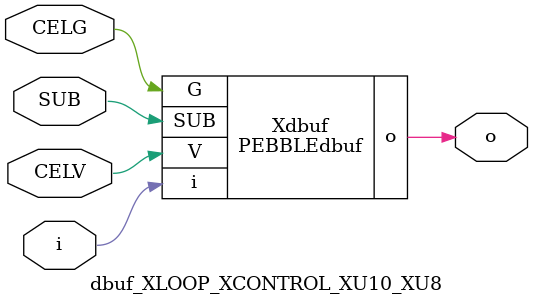
<source format=v>



module PEBBLEdbuf ( o, G, SUB, V, i );

  input V;
  input i;
  input G;
  output o;
  input SUB;
endmodule

//Celera Confidential Do Not Copy dbuf_XLOOP_XCONTROL_XU10_XU8
//Celera Confidential Symbol Generator
//Digital Buffer
module dbuf_XLOOP_XCONTROL_XU10_XU8 (CELV,CELG,i,o,SUB);
input CELV;
input CELG;
input i;
input SUB;
output o;

//Celera Confidential Do Not Copy dbuf
PEBBLEdbuf Xdbuf(
.V (CELV),
.i (i),
.o (o),
.SUB (SUB),
.G (CELG)
);
//,diesize,PEBBLEdbuf

//Celera Confidential Do Not Copy Module End
//Celera Schematic Generator
endmodule

</source>
